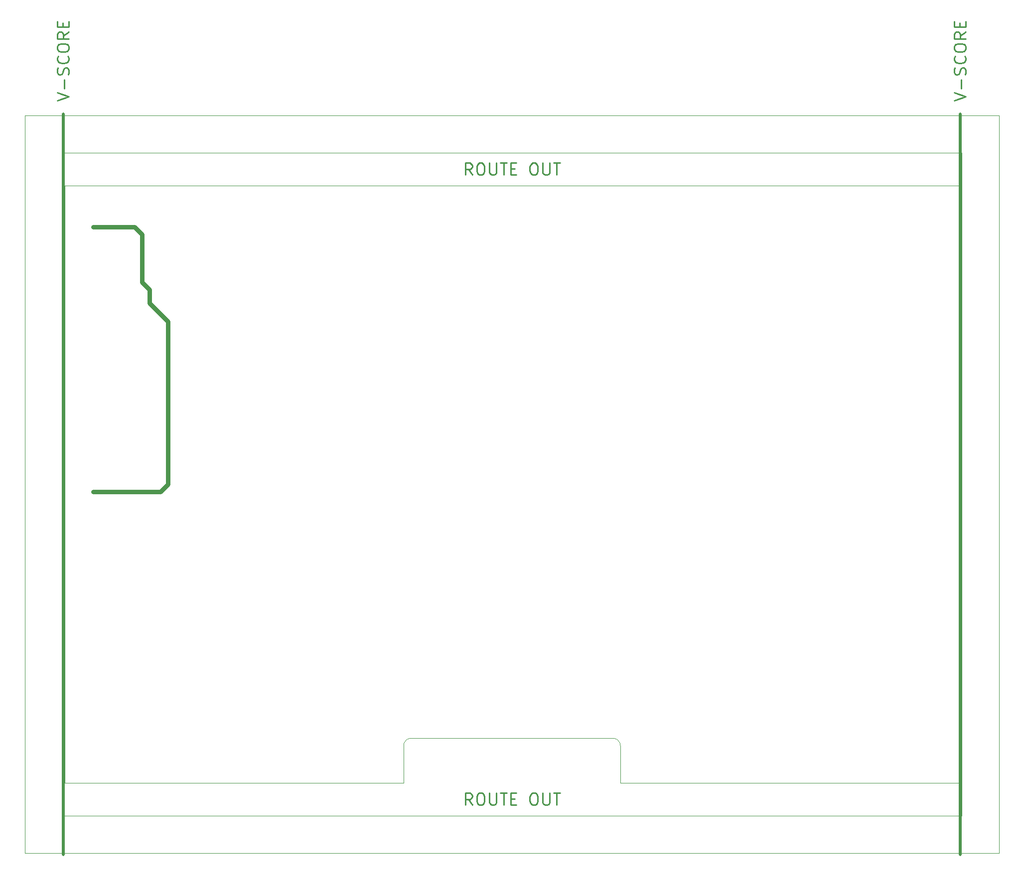
<source format=gko>
%TF.GenerationSoftware,KiCad,Pcbnew,8.0.3*%
%TF.CreationDate,2024-07-26T11:06:24+01:00*%
%TF.ProjectId,SparkFun_RTK_mosaic-T_panelized,53706172-6b46-4756-9e5f-52544b5f6d6f,rev?*%
%TF.SameCoordinates,Original*%
%TF.FileFunction,Soldermask,Bot*%
%TF.FilePolarity,Negative*%
%FSLAX46Y46*%
G04 Gerber Fmt 4.6, Leading zero omitted, Abs format (unit mm)*
G04 Created by KiCad (PCBNEW 8.0.3) date 2024-07-26 11:06:24*
%MOMM*%
%LPD*%
G01*
G04 APERTURE LIST*
%TA.AperFunction,Profile*%
%ADD10C,0.100000*%
%TD*%
%ADD11C,0.500000*%
%ADD12C,0.250000*%
%ADD13C,0.800000*%
G04 APERTURE END LIST*
D10*
X-250000Y107180000D02*
X152650000Y107180000D01*
X94615000Y6350000D02*
X94615000Y0D01*
X152650000Y-5580000D02*
X-250000Y-5580000D01*
X57785000Y0D02*
X57785000Y6350000D01*
X159000000Y-11930000D02*
X-6600000Y-11930000D01*
X159000000Y113530000D02*
X159000000Y-11930000D01*
X152650000Y107180000D02*
X152650000Y-5580000D01*
X57785000Y6350000D02*
G75*
G02*
X59055000Y7620000I1270000J0D01*
G01*
X250000Y0D02*
X250000Y101600000D01*
X-250000Y-5580000D02*
X-250000Y107180000D01*
X250000Y101600000D02*
X152150000Y101600000D01*
X250000Y0D02*
X57785000Y0D01*
X-6600000Y-11930000D02*
X-6600000Y113530000D01*
X152150000Y0D02*
X94615000Y0D01*
X59055000Y7620000D02*
X93345000Y7620000D01*
X152150000Y101600000D02*
X152150000Y0D01*
X-6600000Y113530000D02*
X159000000Y113530000D01*
X93345000Y7620000D02*
G75*
G02*
X94615000Y6350000I0J-1270000D01*
G01*
D11*
X152400000Y113780000D02*
X152400000Y-12180000D01*
X0Y113780000D02*
X0Y-12180000D01*
D12*
X151312238Y116134950D02*
X153312238Y116801616D01*
X153312238Y116801616D02*
X151312238Y117468283D01*
X152550333Y118134950D02*
X152550333Y119658759D01*
X153217000Y120515902D02*
X153312238Y120801616D01*
X153312238Y120801616D02*
X153312238Y121277807D01*
X153312238Y121277807D02*
X153217000Y121468283D01*
X153217000Y121468283D02*
X153121761Y121563521D01*
X153121761Y121563521D02*
X152931285Y121658759D01*
X152931285Y121658759D02*
X152740809Y121658759D01*
X152740809Y121658759D02*
X152550333Y121563521D01*
X152550333Y121563521D02*
X152455095Y121468283D01*
X152455095Y121468283D02*
X152359857Y121277807D01*
X152359857Y121277807D02*
X152264619Y120896854D01*
X152264619Y120896854D02*
X152169380Y120706378D01*
X152169380Y120706378D02*
X152074142Y120611140D01*
X152074142Y120611140D02*
X151883666Y120515902D01*
X151883666Y120515902D02*
X151693190Y120515902D01*
X151693190Y120515902D02*
X151502714Y120611140D01*
X151502714Y120611140D02*
X151407476Y120706378D01*
X151407476Y120706378D02*
X151312238Y120896854D01*
X151312238Y120896854D02*
X151312238Y121373045D01*
X151312238Y121373045D02*
X151407476Y121658759D01*
X153121761Y123658759D02*
X153217000Y123563521D01*
X153217000Y123563521D02*
X153312238Y123277807D01*
X153312238Y123277807D02*
X153312238Y123087331D01*
X153312238Y123087331D02*
X153217000Y122801616D01*
X153217000Y122801616D02*
X153026523Y122611140D01*
X153026523Y122611140D02*
X152836047Y122515902D01*
X152836047Y122515902D02*
X152455095Y122420664D01*
X152455095Y122420664D02*
X152169380Y122420664D01*
X152169380Y122420664D02*
X151788428Y122515902D01*
X151788428Y122515902D02*
X151597952Y122611140D01*
X151597952Y122611140D02*
X151407476Y122801616D01*
X151407476Y122801616D02*
X151312238Y123087331D01*
X151312238Y123087331D02*
X151312238Y123277807D01*
X151312238Y123277807D02*
X151407476Y123563521D01*
X151407476Y123563521D02*
X151502714Y123658759D01*
X151312238Y124896854D02*
X151312238Y125277807D01*
X151312238Y125277807D02*
X151407476Y125468283D01*
X151407476Y125468283D02*
X151597952Y125658759D01*
X151597952Y125658759D02*
X151978904Y125753997D01*
X151978904Y125753997D02*
X152645571Y125753997D01*
X152645571Y125753997D02*
X153026523Y125658759D01*
X153026523Y125658759D02*
X153217000Y125468283D01*
X153217000Y125468283D02*
X153312238Y125277807D01*
X153312238Y125277807D02*
X153312238Y124896854D01*
X153312238Y124896854D02*
X153217000Y124706378D01*
X153217000Y124706378D02*
X153026523Y124515902D01*
X153026523Y124515902D02*
X152645571Y124420664D01*
X152645571Y124420664D02*
X151978904Y124420664D01*
X151978904Y124420664D02*
X151597952Y124515902D01*
X151597952Y124515902D02*
X151407476Y124706378D01*
X151407476Y124706378D02*
X151312238Y124896854D01*
X153312238Y127753997D02*
X152359857Y127087330D01*
X153312238Y126611140D02*
X151312238Y126611140D01*
X151312238Y126611140D02*
X151312238Y127373045D01*
X151312238Y127373045D02*
X151407476Y127563521D01*
X151407476Y127563521D02*
X151502714Y127658759D01*
X151502714Y127658759D02*
X151693190Y127753997D01*
X151693190Y127753997D02*
X151978904Y127753997D01*
X151978904Y127753997D02*
X152169380Y127658759D01*
X152169380Y127658759D02*
X152264619Y127563521D01*
X152264619Y127563521D02*
X152359857Y127373045D01*
X152359857Y127373045D02*
X152359857Y126611140D01*
X152264619Y128611140D02*
X152264619Y129277807D01*
X153312238Y129563521D02*
X153312238Y128611140D01*
X153312238Y128611140D02*
X151312238Y128611140D01*
X151312238Y128611140D02*
X151312238Y129563521D01*
X-1087762Y116134950D02*
X912238Y116801616D01*
X912238Y116801616D02*
X-1087762Y117468283D01*
X150333Y118134950D02*
X150333Y119658759D01*
X817000Y120515902D02*
X912238Y120801616D01*
X912238Y120801616D02*
X912238Y121277807D01*
X912238Y121277807D02*
X817000Y121468283D01*
X817000Y121468283D02*
X721761Y121563521D01*
X721761Y121563521D02*
X531285Y121658759D01*
X531285Y121658759D02*
X340809Y121658759D01*
X340809Y121658759D02*
X150333Y121563521D01*
X150333Y121563521D02*
X55095Y121468283D01*
X55095Y121468283D02*
X-40143Y121277807D01*
X-40143Y121277807D02*
X-135381Y120896854D01*
X-135381Y120896854D02*
X-230620Y120706378D01*
X-230620Y120706378D02*
X-325858Y120611140D01*
X-325858Y120611140D02*
X-516334Y120515902D01*
X-516334Y120515902D02*
X-706810Y120515902D01*
X-706810Y120515902D02*
X-897286Y120611140D01*
X-897286Y120611140D02*
X-992524Y120706378D01*
X-992524Y120706378D02*
X-1087762Y120896854D01*
X-1087762Y120896854D02*
X-1087762Y121373045D01*
X-1087762Y121373045D02*
X-992524Y121658759D01*
X721761Y123658759D02*
X817000Y123563521D01*
X817000Y123563521D02*
X912238Y123277807D01*
X912238Y123277807D02*
X912238Y123087331D01*
X912238Y123087331D02*
X817000Y122801616D01*
X817000Y122801616D02*
X626523Y122611140D01*
X626523Y122611140D02*
X436047Y122515902D01*
X436047Y122515902D02*
X55095Y122420664D01*
X55095Y122420664D02*
X-230620Y122420664D01*
X-230620Y122420664D02*
X-611572Y122515902D01*
X-611572Y122515902D02*
X-802048Y122611140D01*
X-802048Y122611140D02*
X-992524Y122801616D01*
X-992524Y122801616D02*
X-1087762Y123087331D01*
X-1087762Y123087331D02*
X-1087762Y123277807D01*
X-1087762Y123277807D02*
X-992524Y123563521D01*
X-992524Y123563521D02*
X-897286Y123658759D01*
X-1087762Y124896854D02*
X-1087762Y125277807D01*
X-1087762Y125277807D02*
X-992524Y125468283D01*
X-992524Y125468283D02*
X-802048Y125658759D01*
X-802048Y125658759D02*
X-421096Y125753997D01*
X-421096Y125753997D02*
X245571Y125753997D01*
X245571Y125753997D02*
X626523Y125658759D01*
X626523Y125658759D02*
X817000Y125468283D01*
X817000Y125468283D02*
X912238Y125277807D01*
X912238Y125277807D02*
X912238Y124896854D01*
X912238Y124896854D02*
X817000Y124706378D01*
X817000Y124706378D02*
X626523Y124515902D01*
X626523Y124515902D02*
X245571Y124420664D01*
X245571Y124420664D02*
X-421096Y124420664D01*
X-421096Y124420664D02*
X-802048Y124515902D01*
X-802048Y124515902D02*
X-992524Y124706378D01*
X-992524Y124706378D02*
X-1087762Y124896854D01*
X912238Y127753997D02*
X-40143Y127087330D01*
X912238Y126611140D02*
X-1087762Y126611140D01*
X-1087762Y126611140D02*
X-1087762Y127373045D01*
X-1087762Y127373045D02*
X-992524Y127563521D01*
X-992524Y127563521D02*
X-897286Y127658759D01*
X-897286Y127658759D02*
X-706810Y127753997D01*
X-706810Y127753997D02*
X-421096Y127753997D01*
X-421096Y127753997D02*
X-230620Y127658759D01*
X-230620Y127658759D02*
X-135381Y127563521D01*
X-135381Y127563521D02*
X-40143Y127373045D01*
X-40143Y127373045D02*
X-40143Y126611140D01*
X-135381Y128611140D02*
X-135381Y129277807D01*
X912238Y129563521D02*
X912238Y128611140D01*
X912238Y128611140D02*
X-1087762Y128611140D01*
X-1087762Y128611140D02*
X-1087762Y129563521D01*
X69438094Y-3702238D02*
X68771427Y-2749857D01*
X68295237Y-3702238D02*
X68295237Y-1702238D01*
X68295237Y-1702238D02*
X69057142Y-1702238D01*
X69057142Y-1702238D02*
X69247618Y-1797476D01*
X69247618Y-1797476D02*
X69342856Y-1892714D01*
X69342856Y-1892714D02*
X69438094Y-2083190D01*
X69438094Y-2083190D02*
X69438094Y-2368904D01*
X69438094Y-2368904D02*
X69342856Y-2559380D01*
X69342856Y-2559380D02*
X69247618Y-2654619D01*
X69247618Y-2654619D02*
X69057142Y-2749857D01*
X69057142Y-2749857D02*
X68295237Y-2749857D01*
X70676189Y-1702238D02*
X71057142Y-1702238D01*
X71057142Y-1702238D02*
X71247618Y-1797476D01*
X71247618Y-1797476D02*
X71438094Y-1987952D01*
X71438094Y-1987952D02*
X71533332Y-2368904D01*
X71533332Y-2368904D02*
X71533332Y-3035571D01*
X71533332Y-3035571D02*
X71438094Y-3416523D01*
X71438094Y-3416523D02*
X71247618Y-3607000D01*
X71247618Y-3607000D02*
X71057142Y-3702238D01*
X71057142Y-3702238D02*
X70676189Y-3702238D01*
X70676189Y-3702238D02*
X70485713Y-3607000D01*
X70485713Y-3607000D02*
X70295237Y-3416523D01*
X70295237Y-3416523D02*
X70199999Y-3035571D01*
X70199999Y-3035571D02*
X70199999Y-2368904D01*
X70199999Y-2368904D02*
X70295237Y-1987952D01*
X70295237Y-1987952D02*
X70485713Y-1797476D01*
X70485713Y-1797476D02*
X70676189Y-1702238D01*
X72390475Y-1702238D02*
X72390475Y-3321285D01*
X72390475Y-3321285D02*
X72485713Y-3511761D01*
X72485713Y-3511761D02*
X72580951Y-3607000D01*
X72580951Y-3607000D02*
X72771427Y-3702238D01*
X72771427Y-3702238D02*
X73152380Y-3702238D01*
X73152380Y-3702238D02*
X73342856Y-3607000D01*
X73342856Y-3607000D02*
X73438094Y-3511761D01*
X73438094Y-3511761D02*
X73533332Y-3321285D01*
X73533332Y-3321285D02*
X73533332Y-1702238D01*
X74199999Y-1702238D02*
X75342856Y-1702238D01*
X74771427Y-3702238D02*
X74771427Y-1702238D01*
X76009523Y-2654619D02*
X76676190Y-2654619D01*
X76961904Y-3702238D02*
X76009523Y-3702238D01*
X76009523Y-3702238D02*
X76009523Y-1702238D01*
X76009523Y-1702238D02*
X76961904Y-1702238D01*
X79723809Y-1702238D02*
X80104762Y-1702238D01*
X80104762Y-1702238D02*
X80295238Y-1797476D01*
X80295238Y-1797476D02*
X80485714Y-1987952D01*
X80485714Y-1987952D02*
X80580952Y-2368904D01*
X80580952Y-2368904D02*
X80580952Y-3035571D01*
X80580952Y-3035571D02*
X80485714Y-3416523D01*
X80485714Y-3416523D02*
X80295238Y-3607000D01*
X80295238Y-3607000D02*
X80104762Y-3702238D01*
X80104762Y-3702238D02*
X79723809Y-3702238D01*
X79723809Y-3702238D02*
X79533333Y-3607000D01*
X79533333Y-3607000D02*
X79342857Y-3416523D01*
X79342857Y-3416523D02*
X79247619Y-3035571D01*
X79247619Y-3035571D02*
X79247619Y-2368904D01*
X79247619Y-2368904D02*
X79342857Y-1987952D01*
X79342857Y-1987952D02*
X79533333Y-1797476D01*
X79533333Y-1797476D02*
X79723809Y-1702238D01*
X81438095Y-1702238D02*
X81438095Y-3321285D01*
X81438095Y-3321285D02*
X81533333Y-3511761D01*
X81533333Y-3511761D02*
X81628571Y-3607000D01*
X81628571Y-3607000D02*
X81819047Y-3702238D01*
X81819047Y-3702238D02*
X82200000Y-3702238D01*
X82200000Y-3702238D02*
X82390476Y-3607000D01*
X82390476Y-3607000D02*
X82485714Y-3511761D01*
X82485714Y-3511761D02*
X82580952Y-3321285D01*
X82580952Y-3321285D02*
X82580952Y-1702238D01*
X83247619Y-1702238D02*
X84390476Y-1702238D01*
X83819047Y-3702238D02*
X83819047Y-1702238D01*
X69438094Y103477762D02*
X68771427Y104430143D01*
X68295237Y103477762D02*
X68295237Y105477762D01*
X68295237Y105477762D02*
X69057142Y105477762D01*
X69057142Y105477762D02*
X69247618Y105382524D01*
X69247618Y105382524D02*
X69342856Y105287286D01*
X69342856Y105287286D02*
X69438094Y105096810D01*
X69438094Y105096810D02*
X69438094Y104811096D01*
X69438094Y104811096D02*
X69342856Y104620620D01*
X69342856Y104620620D02*
X69247618Y104525381D01*
X69247618Y104525381D02*
X69057142Y104430143D01*
X69057142Y104430143D02*
X68295237Y104430143D01*
X70676189Y105477762D02*
X71057142Y105477762D01*
X71057142Y105477762D02*
X71247618Y105382524D01*
X71247618Y105382524D02*
X71438094Y105192048D01*
X71438094Y105192048D02*
X71533332Y104811096D01*
X71533332Y104811096D02*
X71533332Y104144429D01*
X71533332Y104144429D02*
X71438094Y103763477D01*
X71438094Y103763477D02*
X71247618Y103573000D01*
X71247618Y103573000D02*
X71057142Y103477762D01*
X71057142Y103477762D02*
X70676189Y103477762D01*
X70676189Y103477762D02*
X70485713Y103573000D01*
X70485713Y103573000D02*
X70295237Y103763477D01*
X70295237Y103763477D02*
X70199999Y104144429D01*
X70199999Y104144429D02*
X70199999Y104811096D01*
X70199999Y104811096D02*
X70295237Y105192048D01*
X70295237Y105192048D02*
X70485713Y105382524D01*
X70485713Y105382524D02*
X70676189Y105477762D01*
X72390475Y105477762D02*
X72390475Y103858715D01*
X72390475Y103858715D02*
X72485713Y103668239D01*
X72485713Y103668239D02*
X72580951Y103573000D01*
X72580951Y103573000D02*
X72771427Y103477762D01*
X72771427Y103477762D02*
X73152380Y103477762D01*
X73152380Y103477762D02*
X73342856Y103573000D01*
X73342856Y103573000D02*
X73438094Y103668239D01*
X73438094Y103668239D02*
X73533332Y103858715D01*
X73533332Y103858715D02*
X73533332Y105477762D01*
X74199999Y105477762D02*
X75342856Y105477762D01*
X74771427Y103477762D02*
X74771427Y105477762D01*
X76009523Y104525381D02*
X76676190Y104525381D01*
X76961904Y103477762D02*
X76009523Y103477762D01*
X76009523Y103477762D02*
X76009523Y105477762D01*
X76009523Y105477762D02*
X76961904Y105477762D01*
X79723809Y105477762D02*
X80104762Y105477762D01*
X80104762Y105477762D02*
X80295238Y105382524D01*
X80295238Y105382524D02*
X80485714Y105192048D01*
X80485714Y105192048D02*
X80580952Y104811096D01*
X80580952Y104811096D02*
X80580952Y104144429D01*
X80580952Y104144429D02*
X80485714Y103763477D01*
X80485714Y103763477D02*
X80295238Y103573000D01*
X80295238Y103573000D02*
X80104762Y103477762D01*
X80104762Y103477762D02*
X79723809Y103477762D01*
X79723809Y103477762D02*
X79533333Y103573000D01*
X79533333Y103573000D02*
X79342857Y103763477D01*
X79342857Y103763477D02*
X79247619Y104144429D01*
X79247619Y104144429D02*
X79247619Y104811096D01*
X79247619Y104811096D02*
X79342857Y105192048D01*
X79342857Y105192048D02*
X79533333Y105382524D01*
X79533333Y105382524D02*
X79723809Y105477762D01*
X81438095Y105477762D02*
X81438095Y103858715D01*
X81438095Y103858715D02*
X81533333Y103668239D01*
X81533333Y103668239D02*
X81628571Y103573000D01*
X81628571Y103573000D02*
X81819047Y103477762D01*
X81819047Y103477762D02*
X82200000Y103477762D01*
X82200000Y103477762D02*
X82390476Y103573000D01*
X82390476Y103573000D02*
X82485714Y103668239D01*
X82485714Y103668239D02*
X82580952Y103858715D01*
X82580952Y103858715D02*
X82580952Y105477762D01*
X83247619Y105477762D02*
X84390476Y105477762D01*
X83819047Y103477762D02*
X83819047Y105477762D01*
D13*
X16510000Y49530000D02*
X5080000Y49530000D01*
X13335000Y85217000D02*
X14605000Y83947000D01*
X12065000Y94615000D02*
X13335000Y93345000D01*
X17780000Y78486000D02*
X17780000Y50800000D01*
X14605000Y81661000D02*
X17780000Y78486000D01*
X14605000Y83947000D02*
X14605000Y81661000D01*
X17780000Y50800000D02*
X16510000Y49530000D01*
X5080000Y94615000D02*
X12065000Y94615000D01*
X13335000Y93345000D02*
X13335000Y85217000D01*
M02*

</source>
